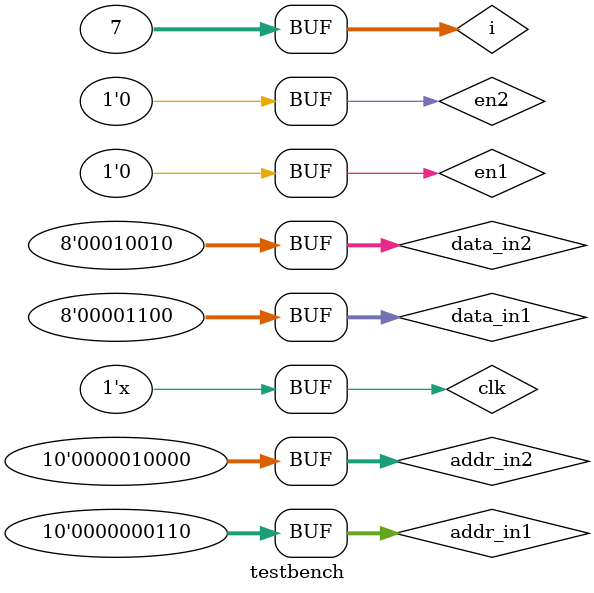
<source format=v>

module testbench ;

 reg en1, en2, clk;
 reg [9:0] addr_in1, addr_in2;
 reg [7:0] data_in1, data_in2 ;
 wire [7:0] data_out1, data_out2;
 integer i;
 
 always #25 clk = ~clk ;
 
 dual_portRAM DUT(data_in1, data_in2, addr_in1, addr_in2, en1,en2,clk,data_out1,data_out2);
 
 initial begin
  
  clk = 0;
  en1 = 1;en2=0;
  #2 ;
  for(i = 0;i<7;i=i+1) begin
     addr_in1 = i;
     data_in1 = i*2;
     #40;
  end
  
  en1 =0;en2 =1;
  #2 ;
  for(i = 0; i<7;i=i+1) begin
    addr_in2 = 10+i ;
    data_in2 = i*3 ;
    #40;
  end 
  #2 ; 
  
  en1 = 0 ;en2 = 0;
  
  for(i = 0;i<7;i=i+1)begin
    addr_in1 = i;
    addr_in2 = 10 + i;
    #35;
  end
  
  end
 
   
endmodule

</source>
